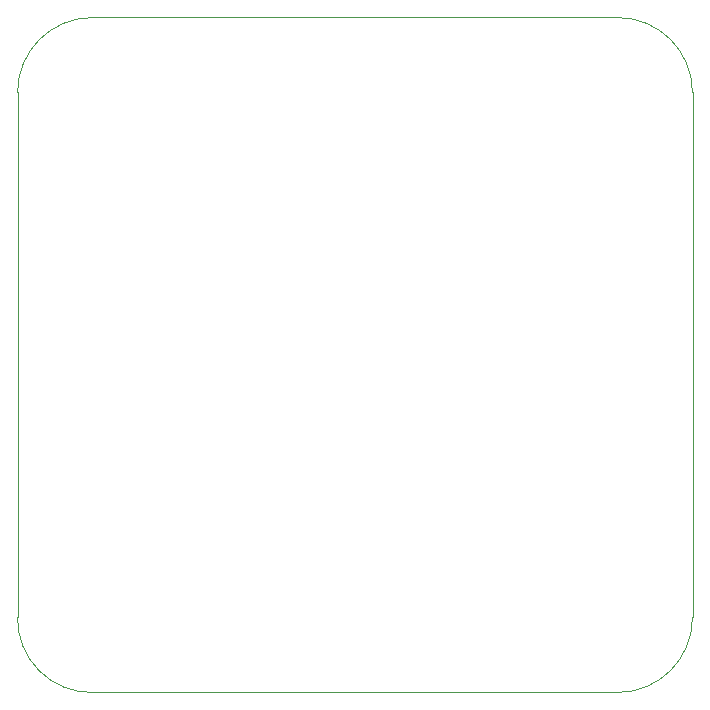
<source format=gm1>
G04 #@! TF.GenerationSoftware,KiCad,Pcbnew,(6.0.7)*
G04 #@! TF.CreationDate,2023-06-27T13:09:13-07:00*
G04 #@! TF.ProjectId,OBC-Attempt-5_Matcha_2_Layer_3,4f42432d-4174-4746-956d-70742d355f4d,rev?*
G04 #@! TF.SameCoordinates,Original*
G04 #@! TF.FileFunction,Profile,NP*
%FSLAX46Y46*%
G04 Gerber Fmt 4.6, Leading zero omitted, Abs format (unit mm)*
G04 Created by KiCad (PCBNEW (6.0.7)) date 2023-06-27 13:09:13*
%MOMM*%
%LPD*%
G01*
G04 APERTURE LIST*
G04 #@! TA.AperFunction,Profile*
%ADD10C,0.100000*%
G04 #@! TD*
G04 APERTURE END LIST*
D10*
X82550000Y-31750000D02*
X82550000Y-76200000D01*
X82550000Y-31750000D02*
G75*
G03*
X76200000Y-25400000I-6350000J0D01*
G01*
X76200000Y-82550000D02*
G75*
G03*
X82550000Y-76200000I0J6350000D01*
G01*
X76200000Y-82550000D02*
X31750000Y-82550000D01*
X31750000Y-25400000D02*
G75*
G03*
X25400000Y-31750000I0J-6350000D01*
G01*
X25400000Y-76200000D02*
G75*
G03*
X31750000Y-82550000I6273350J-76650D01*
G01*
X31750000Y-25400000D02*
X76200000Y-25400000D01*
X25400000Y-76200000D02*
X25400000Y-31750000D01*
M02*

</source>
